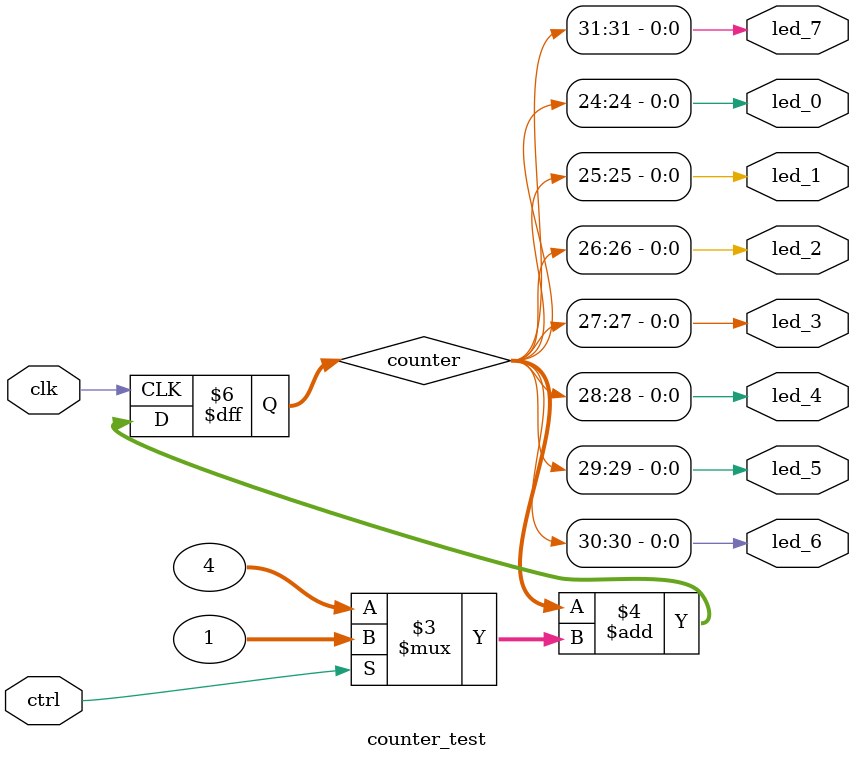
<source format=v>
module counter_test(clk, ctrl, led_7, led_6, led_5, led_4, led_3, led_2, led_1, led_0);

input clk, ctrl;
output led_7, led_6, led_5, led_4;
output led_3, led_2, led_1, led_0;

reg [31:0] counter;

always @(posedge clk)
	counter <= counter + (!ctrl ? 4 : 1);

assign {led_7, led_6, led_5, led_4, led_3, led_2, led_1, led_0} = counter >> 24;

endmodule

</source>
